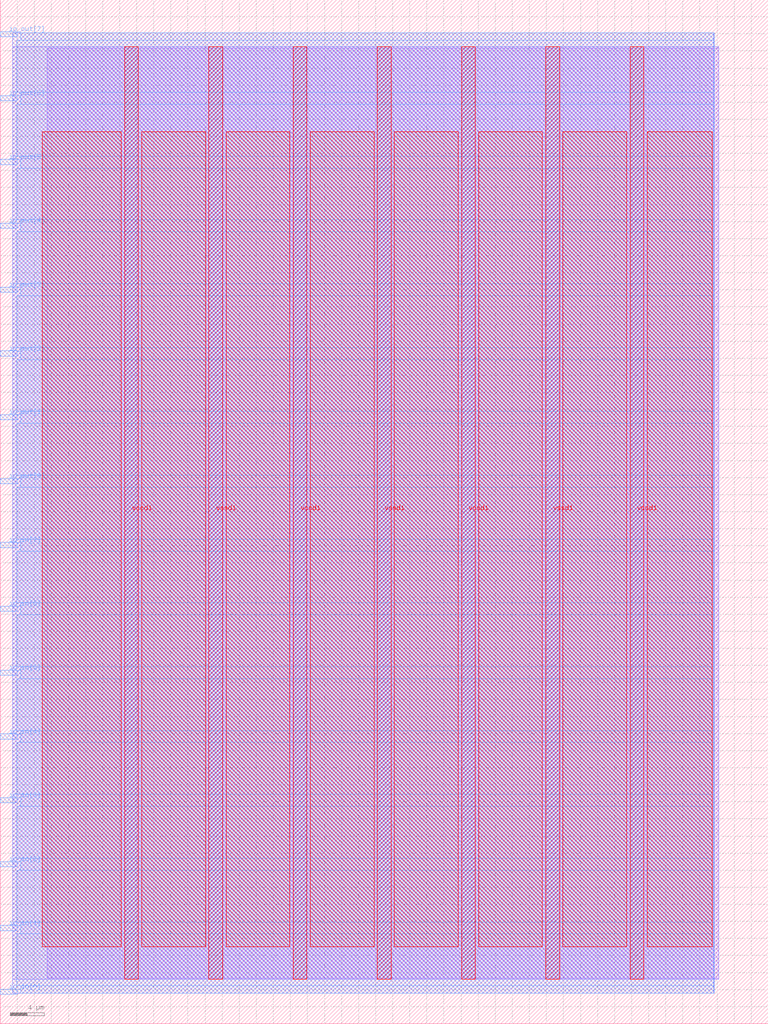
<source format=lef>
VERSION 5.7 ;
  NOWIREEXTENSIONATPIN ON ;
  DIVIDERCHAR "/" ;
  BUSBITCHARS "[]" ;
MACRO jleightcap_top
  CLASS BLOCK ;
  FOREIGN jleightcap_top ;
  ORIGIN 0.000 0.000 ;
  SIZE 90.000 BY 120.000 ;
  PIN io_in[0]
    DIRECTION INPUT ;
    USE SIGNAL ;
    PORT
      LAYER met3 ;
        RECT 0.000 3.440 2.000 4.040 ;
    END
  END io_in[0]
  PIN io_in[1]
    DIRECTION INPUT ;
    USE SIGNAL ;
    PORT
      LAYER met3 ;
        RECT 0.000 10.920 2.000 11.520 ;
    END
  END io_in[1]
  PIN io_in[2]
    DIRECTION INPUT ;
    USE SIGNAL ;
    PORT
      LAYER met3 ;
        RECT 0.000 18.400 2.000 19.000 ;
    END
  END io_in[2]
  PIN io_in[3]
    DIRECTION INPUT ;
    USE SIGNAL ;
    PORT
      LAYER met3 ;
        RECT 0.000 25.880 2.000 26.480 ;
    END
  END io_in[3]
  PIN io_in[4]
    DIRECTION INPUT ;
    USE SIGNAL ;
    PORT
      LAYER met3 ;
        RECT 0.000 33.360 2.000 33.960 ;
    END
  END io_in[4]
  PIN io_in[5]
    DIRECTION INPUT ;
    USE SIGNAL ;
    PORT
      LAYER met3 ;
        RECT 0.000 40.840 2.000 41.440 ;
    END
  END io_in[5]
  PIN io_in[6]
    DIRECTION INPUT ;
    USE SIGNAL ;
    PORT
      LAYER met3 ;
        RECT 0.000 48.320 2.000 48.920 ;
    END
  END io_in[6]
  PIN io_in[7]
    DIRECTION INPUT ;
    USE SIGNAL ;
    PORT
      LAYER met3 ;
        RECT 0.000 55.800 2.000 56.400 ;
    END
  END io_in[7]
  PIN io_out[0]
    DIRECTION OUTPUT TRISTATE ;
    USE SIGNAL ;
    PORT
      LAYER met3 ;
        RECT 0.000 63.280 2.000 63.880 ;
    END
  END io_out[0]
  PIN io_out[1]
    DIRECTION OUTPUT TRISTATE ;
    USE SIGNAL ;
    PORT
      LAYER met3 ;
        RECT 0.000 70.760 2.000 71.360 ;
    END
  END io_out[1]
  PIN io_out[2]
    DIRECTION OUTPUT TRISTATE ;
    USE SIGNAL ;
    PORT
      LAYER met3 ;
        RECT 0.000 78.240 2.000 78.840 ;
    END
  END io_out[2]
  PIN io_out[3]
    DIRECTION OUTPUT TRISTATE ;
    USE SIGNAL ;
    PORT
      LAYER met3 ;
        RECT 0.000 85.720 2.000 86.320 ;
    END
  END io_out[3]
  PIN io_out[4]
    DIRECTION OUTPUT TRISTATE ;
    USE SIGNAL ;
    PORT
      LAYER met3 ;
        RECT 0.000 93.200 2.000 93.800 ;
    END
  END io_out[4]
  PIN io_out[5]
    DIRECTION OUTPUT TRISTATE ;
    USE SIGNAL ;
    PORT
      LAYER met3 ;
        RECT 0.000 100.680 2.000 101.280 ;
    END
  END io_out[5]
  PIN io_out[6]
    DIRECTION OUTPUT TRISTATE ;
    USE SIGNAL ;
    PORT
      LAYER met3 ;
        RECT 0.000 108.160 2.000 108.760 ;
    END
  END io_out[6]
  PIN io_out[7]
    DIRECTION OUTPUT TRISTATE ;
    USE SIGNAL ;
    PORT
      LAYER met3 ;
        RECT 0.000 115.640 2.000 116.240 ;
    END
  END io_out[7]
  PIN vccd1
    DIRECTION INOUT ;
    USE POWER ;
    PORT
      LAYER met4 ;
        RECT 14.590 5.200 16.190 114.480 ;
    END
    PORT
      LAYER met4 ;
        RECT 34.330 5.200 35.930 114.480 ;
    END
    PORT
      LAYER met4 ;
        RECT 54.070 5.200 55.670 114.480 ;
    END
    PORT
      LAYER met4 ;
        RECT 73.810 5.200 75.410 114.480 ;
    END
  END vccd1
  PIN vssd1
    DIRECTION INOUT ;
    USE GROUND ;
    PORT
      LAYER met4 ;
        RECT 24.460 5.200 26.060 114.480 ;
    END
    PORT
      LAYER met4 ;
        RECT 44.200 5.200 45.800 114.480 ;
    END
    PORT
      LAYER met4 ;
        RECT 63.940 5.200 65.540 114.480 ;
    END
  END vssd1
  OBS
      LAYER li1 ;
        RECT 5.520 5.355 84.180 114.325 ;
      LAYER met1 ;
        RECT 1.450 5.200 84.180 114.480 ;
      LAYER met2 ;
        RECT 1.480 3.555 83.630 116.125 ;
      LAYER met3 ;
        RECT 2.400 115.240 83.655 116.105 ;
        RECT 1.905 109.160 83.655 115.240 ;
        RECT 2.400 107.760 83.655 109.160 ;
        RECT 1.905 101.680 83.655 107.760 ;
        RECT 2.400 100.280 83.655 101.680 ;
        RECT 1.905 94.200 83.655 100.280 ;
        RECT 2.400 92.800 83.655 94.200 ;
        RECT 1.905 86.720 83.655 92.800 ;
        RECT 2.400 85.320 83.655 86.720 ;
        RECT 1.905 79.240 83.655 85.320 ;
        RECT 2.400 77.840 83.655 79.240 ;
        RECT 1.905 71.760 83.655 77.840 ;
        RECT 2.400 70.360 83.655 71.760 ;
        RECT 1.905 64.280 83.655 70.360 ;
        RECT 2.400 62.880 83.655 64.280 ;
        RECT 1.905 56.800 83.655 62.880 ;
        RECT 2.400 55.400 83.655 56.800 ;
        RECT 1.905 49.320 83.655 55.400 ;
        RECT 2.400 47.920 83.655 49.320 ;
        RECT 1.905 41.840 83.655 47.920 ;
        RECT 2.400 40.440 83.655 41.840 ;
        RECT 1.905 34.360 83.655 40.440 ;
        RECT 2.400 32.960 83.655 34.360 ;
        RECT 1.905 26.880 83.655 32.960 ;
        RECT 2.400 25.480 83.655 26.880 ;
        RECT 1.905 19.400 83.655 25.480 ;
        RECT 2.400 18.000 83.655 19.400 ;
        RECT 1.905 11.920 83.655 18.000 ;
        RECT 2.400 10.520 83.655 11.920 ;
        RECT 1.905 4.440 83.655 10.520 ;
        RECT 2.400 3.575 83.655 4.440 ;
      LAYER met4 ;
        RECT 4.895 9.015 14.190 104.545 ;
        RECT 16.590 9.015 24.060 104.545 ;
        RECT 26.460 9.015 33.930 104.545 ;
        RECT 36.330 9.015 43.800 104.545 ;
        RECT 46.200 9.015 53.670 104.545 ;
        RECT 56.070 9.015 63.540 104.545 ;
        RECT 65.940 9.015 73.410 104.545 ;
        RECT 75.810 9.015 83.425 104.545 ;
  END
END jleightcap_top
END LIBRARY


</source>
